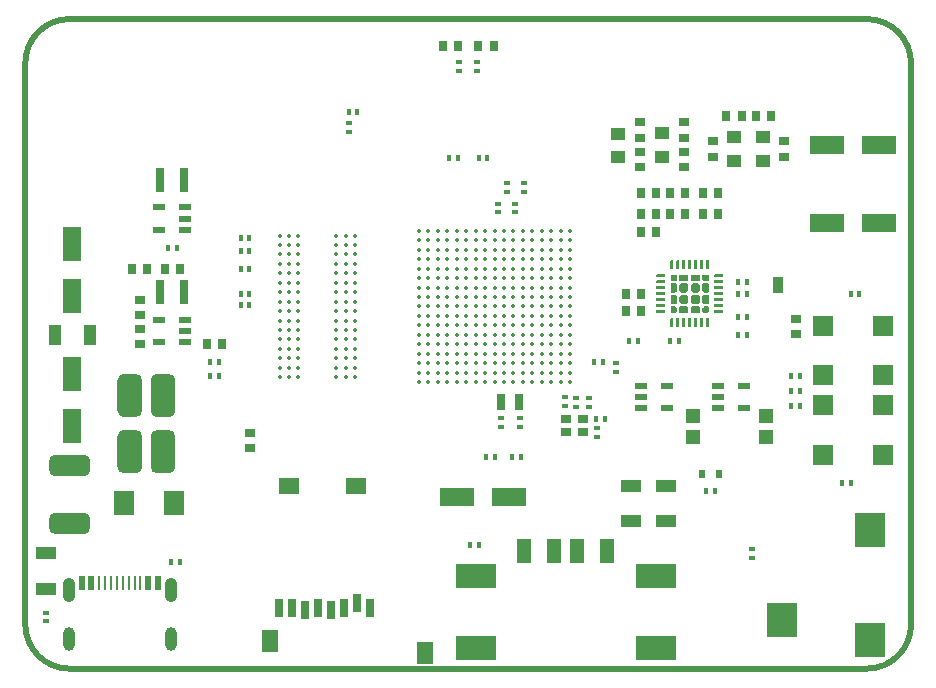
<source format=gbr>
%TF.GenerationSoftware,KiCad,Pcbnew,(5.1.10-1-10_14)*%
%TF.CreationDate,2021-07-27T15:44:47+02:00*%
%TF.ProjectId,EX-PCB-10108-001,45582d50-4342-42d3-9130-3130382d3030,A*%
%TF.SameCoordinates,Original*%
%TF.FileFunction,Paste,Top*%
%TF.FilePolarity,Positive*%
%FSLAX46Y46*%
G04 Gerber Fmt 4.6, Leading zero omitted, Abs format (unit mm)*
G04 Created by KiCad (PCBNEW (5.1.10-1-10_14)) date 2021-07-27 15:44:47*
%MOMM*%
%LPD*%
G01*
G04 APERTURE LIST*
%TA.AperFunction,Profile*%
%ADD10C,0.500000*%
%TD*%
%ADD11O,1.000000X2.000000*%
%ADD12O,1.050000X2.100000*%
%ADD13R,0.550000X1.150000*%
%ADD14R,0.250000X1.150000*%
%ADD15R,0.900000X0.800000*%
%ADD16R,0.510000X0.450000*%
%ADD17R,0.450000X0.510000*%
%ADD18R,0.810000X0.710000*%
%ADD19R,0.800000X1.500000*%
%ADD20R,1.400000X1.900000*%
%ADD21R,1.800000X1.400000*%
%ADD22R,0.710000X0.810000*%
%ADD23C,0.100000*%
%ADD24R,1.060000X0.500000*%
%ADD25R,1.250000X1.150000*%
%ADD26R,1.800000X1.070000*%
%ADD27R,0.600000X0.700000*%
%ADD28R,1.250000X1.000000*%
%ADD29R,3.000000X1.600000*%
%ADD30R,2.550000X2.900000*%
%ADD31R,1.250000X2.000000*%
%ADD32R,3.500000X2.000000*%
%ADD33C,0.350000*%
%ADD34R,1.800000X1.800000*%
%ADD35R,1.070000X1.800000*%
%ADD36R,1.750000X2.000000*%
%ADD37R,1.600000X3.000000*%
%ADD38R,0.800000X2.000000*%
%ADD39R,0.700000X1.400000*%
G04 APERTURE END LIST*
D10*
X117700000Y-81500000D02*
G75*
G02*
X121450000Y-85250000I0J-3750000D01*
G01*
X46450000Y-85250000D02*
G75*
G02*
X50200000Y-81500000I3750000J0D01*
G01*
X50200000Y-136500000D02*
G75*
G02*
X46450000Y-132750000I0J3750000D01*
G01*
X121450000Y-132750000D02*
G75*
G02*
X117700000Y-136500000I-3750000J0D01*
G01*
X46450000Y-85250000D02*
X46450000Y-132750000D01*
X117700000Y-136500000D02*
X50200000Y-136500000D01*
X117700000Y-81500000D02*
X50200000Y-81500000D01*
X121450000Y-85250000D02*
X121450000Y-132750000D01*
D11*
X50130000Y-134000000D03*
X58770000Y-134000000D03*
D12*
X50130000Y-129820000D03*
X58770000Y-129820000D03*
D13*
X51250000Y-129245000D03*
X57650000Y-129245000D03*
X52050000Y-129245000D03*
X56850000Y-129245000D03*
D14*
X54700000Y-129245000D03*
X54200000Y-129245000D03*
X55200000Y-129245000D03*
X55700000Y-129245000D03*
X56200000Y-129245000D03*
X53700000Y-129245000D03*
X53200000Y-129245000D03*
X52700000Y-129245000D03*
D15*
X92250000Y-116450000D03*
X93650000Y-116450000D03*
X93650000Y-115350000D03*
X92250000Y-115350000D03*
D16*
X94150000Y-113625000D03*
X94150000Y-114375000D03*
X92150000Y-113525000D03*
X92150000Y-114275000D03*
D17*
X65425000Y-100000000D03*
X64675000Y-100000000D03*
X65425000Y-101100000D03*
X64675000Y-101100000D03*
X86225000Y-118550000D03*
X85475000Y-118550000D03*
X87675000Y-118550000D03*
X88425000Y-118550000D03*
D18*
X110200000Y-103700000D03*
X110200000Y-104350000D03*
D17*
X94575000Y-110500000D03*
X95325000Y-110500000D03*
D16*
X96450000Y-111375000D03*
X96450000Y-110625000D03*
D17*
X97575000Y-108750000D03*
X98325000Y-108750000D03*
X101825000Y-108750000D03*
X101075000Y-108750000D03*
X116325000Y-120750000D03*
X115575000Y-120750000D03*
X111325000Y-114250000D03*
X112075000Y-114250000D03*
X112075000Y-111750000D03*
X111325000Y-111750000D03*
X116325000Y-104750000D03*
X117075000Y-104750000D03*
X111325000Y-113000000D03*
X112075000Y-113000000D03*
D16*
X73850000Y-91075000D03*
X73850000Y-90325000D03*
D19*
X75640000Y-131350000D03*
X74540000Y-130950000D03*
X73440000Y-131350000D03*
X72340000Y-131550000D03*
X71240000Y-131350000D03*
X70140000Y-131550000D03*
X69040000Y-131350000D03*
X67940000Y-131350000D03*
D20*
X67150000Y-134200000D03*
X80300000Y-135200000D03*
D21*
X68750000Y-121050000D03*
X74450000Y-121050000D03*
D17*
X85575000Y-93250000D03*
X84825000Y-93250000D03*
X82325000Y-93250000D03*
X83075000Y-93250000D03*
D16*
X88700000Y-95375000D03*
X88700000Y-96125000D03*
X87950000Y-97125000D03*
X87950000Y-97875000D03*
X87200000Y-95375000D03*
X87200000Y-96125000D03*
X86450000Y-97125000D03*
X86450000Y-97875000D03*
D22*
X97305000Y-104750000D03*
X98595000Y-104750000D03*
X97305000Y-106250000D03*
X98595000Y-106250000D03*
D17*
X74575000Y-89400000D03*
X73825000Y-89400000D03*
X106825000Y-104750000D03*
X107575000Y-104750000D03*
X106825000Y-103750000D03*
X107575000Y-103750000D03*
X107575000Y-108250000D03*
X106825000Y-108250000D03*
X107575000Y-106750000D03*
X106825000Y-106750000D03*
G36*
G01*
X101262500Y-107600000D02*
X101137500Y-107600000D01*
G75*
G02*
X101075000Y-107537500I0J62500D01*
G01*
X101075000Y-106862500D01*
G75*
G02*
X101137500Y-106800000I62500J0D01*
G01*
X101262500Y-106800000D01*
G75*
G02*
X101325000Y-106862500I0J-62500D01*
G01*
X101325000Y-107537500D01*
G75*
G02*
X101262500Y-107600000I-62500J0D01*
G01*
G37*
G36*
G01*
X101762500Y-107600000D02*
X101637500Y-107600000D01*
G75*
G02*
X101575000Y-107537500I0J62500D01*
G01*
X101575000Y-106862500D01*
G75*
G02*
X101637500Y-106800000I62500J0D01*
G01*
X101762500Y-106800000D01*
G75*
G02*
X101825000Y-106862500I0J-62500D01*
G01*
X101825000Y-107537500D01*
G75*
G02*
X101762500Y-107600000I-62500J0D01*
G01*
G37*
G36*
G01*
X102262500Y-107600000D02*
X102137500Y-107600000D01*
G75*
G02*
X102075000Y-107537500I0J62500D01*
G01*
X102075000Y-106862500D01*
G75*
G02*
X102137500Y-106800000I62500J0D01*
G01*
X102262500Y-106800000D01*
G75*
G02*
X102325000Y-106862500I0J-62500D01*
G01*
X102325000Y-107537500D01*
G75*
G02*
X102262500Y-107600000I-62500J0D01*
G01*
G37*
G36*
G01*
X102762500Y-107600000D02*
X102637500Y-107600000D01*
G75*
G02*
X102575000Y-107537500I0J62500D01*
G01*
X102575000Y-106862500D01*
G75*
G02*
X102637500Y-106800000I62500J0D01*
G01*
X102762500Y-106800000D01*
G75*
G02*
X102825000Y-106862500I0J-62500D01*
G01*
X102825000Y-107537500D01*
G75*
G02*
X102762500Y-107600000I-62500J0D01*
G01*
G37*
G36*
G01*
X103262500Y-107600000D02*
X103137500Y-107600000D01*
G75*
G02*
X103075000Y-107537500I0J62500D01*
G01*
X103075000Y-106862500D01*
G75*
G02*
X103137500Y-106800000I62500J0D01*
G01*
X103262500Y-106800000D01*
G75*
G02*
X103325000Y-106862500I0J-62500D01*
G01*
X103325000Y-107537500D01*
G75*
G02*
X103262500Y-107600000I-62500J0D01*
G01*
G37*
G36*
G01*
X103762500Y-107600000D02*
X103637500Y-107600000D01*
G75*
G02*
X103575000Y-107537500I0J62500D01*
G01*
X103575000Y-106862500D01*
G75*
G02*
X103637500Y-106800000I62500J0D01*
G01*
X103762500Y-106800000D01*
G75*
G02*
X103825000Y-106862500I0J-62500D01*
G01*
X103825000Y-107537500D01*
G75*
G02*
X103762500Y-107600000I-62500J0D01*
G01*
G37*
G36*
G01*
X104262500Y-107600000D02*
X104137500Y-107600000D01*
G75*
G02*
X104075000Y-107537500I0J62500D01*
G01*
X104075000Y-106862500D01*
G75*
G02*
X104137500Y-106800000I62500J0D01*
G01*
X104262500Y-106800000D01*
G75*
G02*
X104325000Y-106862500I0J-62500D01*
G01*
X104325000Y-107537500D01*
G75*
G02*
X104262500Y-107600000I-62500J0D01*
G01*
G37*
G36*
G01*
X105487500Y-106375000D02*
X104812500Y-106375000D01*
G75*
G02*
X104750000Y-106312500I0J62500D01*
G01*
X104750000Y-106187500D01*
G75*
G02*
X104812500Y-106125000I62500J0D01*
G01*
X105487500Y-106125000D01*
G75*
G02*
X105550000Y-106187500I0J-62500D01*
G01*
X105550000Y-106312500D01*
G75*
G02*
X105487500Y-106375000I-62500J0D01*
G01*
G37*
G36*
G01*
X105487500Y-105875000D02*
X104812500Y-105875000D01*
G75*
G02*
X104750000Y-105812500I0J62500D01*
G01*
X104750000Y-105687500D01*
G75*
G02*
X104812500Y-105625000I62500J0D01*
G01*
X105487500Y-105625000D01*
G75*
G02*
X105550000Y-105687500I0J-62500D01*
G01*
X105550000Y-105812500D01*
G75*
G02*
X105487500Y-105875000I-62500J0D01*
G01*
G37*
G36*
G01*
X105487500Y-105375000D02*
X104812500Y-105375000D01*
G75*
G02*
X104750000Y-105312500I0J62500D01*
G01*
X104750000Y-105187500D01*
G75*
G02*
X104812500Y-105125000I62500J0D01*
G01*
X105487500Y-105125000D01*
G75*
G02*
X105550000Y-105187500I0J-62500D01*
G01*
X105550000Y-105312500D01*
G75*
G02*
X105487500Y-105375000I-62500J0D01*
G01*
G37*
G36*
G01*
X105487500Y-104875000D02*
X104812500Y-104875000D01*
G75*
G02*
X104750000Y-104812500I0J62500D01*
G01*
X104750000Y-104687500D01*
G75*
G02*
X104812500Y-104625000I62500J0D01*
G01*
X105487500Y-104625000D01*
G75*
G02*
X105550000Y-104687500I0J-62500D01*
G01*
X105550000Y-104812500D01*
G75*
G02*
X105487500Y-104875000I-62500J0D01*
G01*
G37*
G36*
G01*
X105487500Y-104375000D02*
X104812500Y-104375000D01*
G75*
G02*
X104750000Y-104312500I0J62500D01*
G01*
X104750000Y-104187500D01*
G75*
G02*
X104812500Y-104125000I62500J0D01*
G01*
X105487500Y-104125000D01*
G75*
G02*
X105550000Y-104187500I0J-62500D01*
G01*
X105550000Y-104312500D01*
G75*
G02*
X105487500Y-104375000I-62500J0D01*
G01*
G37*
G36*
G01*
X105487500Y-103875000D02*
X104812500Y-103875000D01*
G75*
G02*
X104750000Y-103812500I0J62500D01*
G01*
X104750000Y-103687500D01*
G75*
G02*
X104812500Y-103625000I62500J0D01*
G01*
X105487500Y-103625000D01*
G75*
G02*
X105550000Y-103687500I0J-62500D01*
G01*
X105550000Y-103812500D01*
G75*
G02*
X105487500Y-103875000I-62500J0D01*
G01*
G37*
G36*
G01*
X105487500Y-103375000D02*
X104812500Y-103375000D01*
G75*
G02*
X104750000Y-103312500I0J62500D01*
G01*
X104750000Y-103187500D01*
G75*
G02*
X104812500Y-103125000I62500J0D01*
G01*
X105487500Y-103125000D01*
G75*
G02*
X105550000Y-103187500I0J-62500D01*
G01*
X105550000Y-103312500D01*
G75*
G02*
X105487500Y-103375000I-62500J0D01*
G01*
G37*
G36*
G01*
X104262500Y-102700000D02*
X104137500Y-102700000D01*
G75*
G02*
X104075000Y-102637500I0J62500D01*
G01*
X104075000Y-101962500D01*
G75*
G02*
X104137500Y-101900000I62500J0D01*
G01*
X104262500Y-101900000D01*
G75*
G02*
X104325000Y-101962500I0J-62500D01*
G01*
X104325000Y-102637500D01*
G75*
G02*
X104262500Y-102700000I-62500J0D01*
G01*
G37*
G36*
G01*
X103762500Y-102700000D02*
X103637500Y-102700000D01*
G75*
G02*
X103575000Y-102637500I0J62500D01*
G01*
X103575000Y-101962500D01*
G75*
G02*
X103637500Y-101900000I62500J0D01*
G01*
X103762500Y-101900000D01*
G75*
G02*
X103825000Y-101962500I0J-62500D01*
G01*
X103825000Y-102637500D01*
G75*
G02*
X103762500Y-102700000I-62500J0D01*
G01*
G37*
G36*
G01*
X103262500Y-102700000D02*
X103137500Y-102700000D01*
G75*
G02*
X103075000Y-102637500I0J62500D01*
G01*
X103075000Y-101962500D01*
G75*
G02*
X103137500Y-101900000I62500J0D01*
G01*
X103262500Y-101900000D01*
G75*
G02*
X103325000Y-101962500I0J-62500D01*
G01*
X103325000Y-102637500D01*
G75*
G02*
X103262500Y-102700000I-62500J0D01*
G01*
G37*
G36*
G01*
X102762500Y-102700000D02*
X102637500Y-102700000D01*
G75*
G02*
X102575000Y-102637500I0J62500D01*
G01*
X102575000Y-101962500D01*
G75*
G02*
X102637500Y-101900000I62500J0D01*
G01*
X102762500Y-101900000D01*
G75*
G02*
X102825000Y-101962500I0J-62500D01*
G01*
X102825000Y-102637500D01*
G75*
G02*
X102762500Y-102700000I-62500J0D01*
G01*
G37*
G36*
G01*
X102262500Y-102700000D02*
X102137500Y-102700000D01*
G75*
G02*
X102075000Y-102637500I0J62500D01*
G01*
X102075000Y-101962500D01*
G75*
G02*
X102137500Y-101900000I62500J0D01*
G01*
X102262500Y-101900000D01*
G75*
G02*
X102325000Y-101962500I0J-62500D01*
G01*
X102325000Y-102637500D01*
G75*
G02*
X102262500Y-102700000I-62500J0D01*
G01*
G37*
G36*
G01*
X101762500Y-102700000D02*
X101637500Y-102700000D01*
G75*
G02*
X101575000Y-102637500I0J62500D01*
G01*
X101575000Y-101962500D01*
G75*
G02*
X101637500Y-101900000I62500J0D01*
G01*
X101762500Y-101900000D01*
G75*
G02*
X101825000Y-101962500I0J-62500D01*
G01*
X101825000Y-102637500D01*
G75*
G02*
X101762500Y-102700000I-62500J0D01*
G01*
G37*
G36*
G01*
X101262500Y-102700000D02*
X101137500Y-102700000D01*
G75*
G02*
X101075000Y-102637500I0J62500D01*
G01*
X101075000Y-101962500D01*
G75*
G02*
X101137500Y-101900000I62500J0D01*
G01*
X101262500Y-101900000D01*
G75*
G02*
X101325000Y-101962500I0J-62500D01*
G01*
X101325000Y-102637500D01*
G75*
G02*
X101262500Y-102700000I-62500J0D01*
G01*
G37*
G36*
G01*
X100587500Y-103375000D02*
X99912500Y-103375000D01*
G75*
G02*
X99850000Y-103312500I0J62500D01*
G01*
X99850000Y-103187500D01*
G75*
G02*
X99912500Y-103125000I62500J0D01*
G01*
X100587500Y-103125000D01*
G75*
G02*
X100650000Y-103187500I0J-62500D01*
G01*
X100650000Y-103312500D01*
G75*
G02*
X100587500Y-103375000I-62500J0D01*
G01*
G37*
G36*
G01*
X100587500Y-103875000D02*
X99912500Y-103875000D01*
G75*
G02*
X99850000Y-103812500I0J62500D01*
G01*
X99850000Y-103687500D01*
G75*
G02*
X99912500Y-103625000I62500J0D01*
G01*
X100587500Y-103625000D01*
G75*
G02*
X100650000Y-103687500I0J-62500D01*
G01*
X100650000Y-103812500D01*
G75*
G02*
X100587500Y-103875000I-62500J0D01*
G01*
G37*
G36*
G01*
X100587500Y-104375000D02*
X99912500Y-104375000D01*
G75*
G02*
X99850000Y-104312500I0J62500D01*
G01*
X99850000Y-104187500D01*
G75*
G02*
X99912500Y-104125000I62500J0D01*
G01*
X100587500Y-104125000D01*
G75*
G02*
X100650000Y-104187500I0J-62500D01*
G01*
X100650000Y-104312500D01*
G75*
G02*
X100587500Y-104375000I-62500J0D01*
G01*
G37*
G36*
G01*
X100587500Y-104875000D02*
X99912500Y-104875000D01*
G75*
G02*
X99850000Y-104812500I0J62500D01*
G01*
X99850000Y-104687500D01*
G75*
G02*
X99912500Y-104625000I62500J0D01*
G01*
X100587500Y-104625000D01*
G75*
G02*
X100650000Y-104687500I0J-62500D01*
G01*
X100650000Y-104812500D01*
G75*
G02*
X100587500Y-104875000I-62500J0D01*
G01*
G37*
G36*
G01*
X100587500Y-105375000D02*
X99912500Y-105375000D01*
G75*
G02*
X99850000Y-105312500I0J62500D01*
G01*
X99850000Y-105187500D01*
G75*
G02*
X99912500Y-105125000I62500J0D01*
G01*
X100587500Y-105125000D01*
G75*
G02*
X100650000Y-105187500I0J-62500D01*
G01*
X100650000Y-105312500D01*
G75*
G02*
X100587500Y-105375000I-62500J0D01*
G01*
G37*
G36*
G01*
X100587500Y-105875000D02*
X99912500Y-105875000D01*
G75*
G02*
X99850000Y-105812500I0J62500D01*
G01*
X99850000Y-105687500D01*
G75*
G02*
X99912500Y-105625000I62500J0D01*
G01*
X100587500Y-105625000D01*
G75*
G02*
X100650000Y-105687500I0J-62500D01*
G01*
X100650000Y-105812500D01*
G75*
G02*
X100587500Y-105875000I-62500J0D01*
G01*
G37*
G36*
G01*
X100587500Y-106375000D02*
X99912500Y-106375000D01*
G75*
G02*
X99850000Y-106312500I0J62500D01*
G01*
X99850000Y-106187500D01*
G75*
G02*
X99912500Y-106125000I62500J0D01*
G01*
X100587500Y-106125000D01*
G75*
G02*
X100650000Y-106187500I0J-62500D01*
G01*
X100650000Y-106312500D01*
G75*
G02*
X100587500Y-106375000I-62500J0D01*
G01*
G37*
G36*
G01*
X102401557Y-105653113D02*
X101998443Y-105653113D01*
G75*
G02*
X101796887Y-105451557I0J201556D01*
G01*
X101796887Y-105048443D01*
G75*
G02*
X101998443Y-104846887I201556J0D01*
G01*
X102401557Y-104846887D01*
G75*
G02*
X102603113Y-105048443I0J-201556D01*
G01*
X102603113Y-105451557D01*
G75*
G02*
X102401557Y-105653113I-201556J0D01*
G01*
G37*
G36*
G01*
X103401557Y-105653113D02*
X102998443Y-105653113D01*
G75*
G02*
X102796887Y-105451557I0J201556D01*
G01*
X102796887Y-105048443D01*
G75*
G02*
X102998443Y-104846887I201556J0D01*
G01*
X103401557Y-104846887D01*
G75*
G02*
X103603113Y-105048443I0J-201556D01*
G01*
X103603113Y-105451557D01*
G75*
G02*
X103401557Y-105653113I-201556J0D01*
G01*
G37*
G36*
G01*
X102401557Y-104653113D02*
X101998443Y-104653113D01*
G75*
G02*
X101796887Y-104451557I0J201556D01*
G01*
X101796887Y-104048443D01*
G75*
G02*
X101998443Y-103846887I201556J0D01*
G01*
X102401557Y-103846887D01*
G75*
G02*
X102603113Y-104048443I0J-201556D01*
G01*
X102603113Y-104451557D01*
G75*
G02*
X102401557Y-104653113I-201556J0D01*
G01*
G37*
G36*
G01*
X103401557Y-104653113D02*
X102998443Y-104653113D01*
G75*
G02*
X102796887Y-104451557I0J201556D01*
G01*
X102796887Y-104048443D01*
G75*
G02*
X102998443Y-103846887I201556J0D01*
G01*
X103401557Y-103846887D01*
G75*
G02*
X103603113Y-104048443I0J-201556D01*
G01*
X103603113Y-104451557D01*
G75*
G02*
X103401557Y-104653113I-201556J0D01*
G01*
G37*
D23*
G36*
X101798526Y-105954635D02*
G01*
X101803377Y-105938644D01*
X101811255Y-105923906D01*
X101821856Y-105910988D01*
X101892476Y-105840367D01*
X101905393Y-105829766D01*
X101920131Y-105821888D01*
X101936123Y-105817037D01*
X101952754Y-105815399D01*
X102447246Y-105815399D01*
X102463877Y-105817037D01*
X102479868Y-105821888D01*
X102494606Y-105829766D01*
X102507524Y-105840367D01*
X102578144Y-105910988D01*
X102588746Y-105923906D01*
X102596623Y-105938644D01*
X102601474Y-105954636D01*
X102603112Y-105971266D01*
X102603112Y-106274355D01*
X102601474Y-106290986D01*
X102596623Y-106306977D01*
X102588745Y-106321715D01*
X102578144Y-106334633D01*
X102565226Y-106345234D01*
X102550488Y-106353112D01*
X102534497Y-106357963D01*
X102517866Y-106359601D01*
X101882134Y-106359601D01*
X101865503Y-106357963D01*
X101849512Y-106353112D01*
X101834774Y-106345234D01*
X101821856Y-106334633D01*
X101811255Y-106321715D01*
X101803377Y-106306977D01*
X101798526Y-106290986D01*
X101796888Y-106274355D01*
X101796888Y-105971266D01*
X101798526Y-105954635D01*
G37*
G36*
X102798526Y-105954635D02*
G01*
X102803377Y-105938644D01*
X102811255Y-105923906D01*
X102821856Y-105910988D01*
X102892476Y-105840367D01*
X102905393Y-105829766D01*
X102920131Y-105821888D01*
X102936123Y-105817037D01*
X102952754Y-105815399D01*
X103447246Y-105815399D01*
X103463877Y-105817037D01*
X103479868Y-105821888D01*
X103494606Y-105829766D01*
X103507524Y-105840367D01*
X103578144Y-105910988D01*
X103588746Y-105923906D01*
X103596623Y-105938644D01*
X103601474Y-105954636D01*
X103603112Y-105971266D01*
X103603112Y-106274355D01*
X103601474Y-106290986D01*
X103596623Y-106306977D01*
X103588745Y-106321715D01*
X103578144Y-106334633D01*
X103565226Y-106345234D01*
X103550488Y-106353112D01*
X103534497Y-106357963D01*
X103517866Y-106359601D01*
X102882134Y-106359601D01*
X102865503Y-106357963D01*
X102849512Y-106353112D01*
X102834774Y-106345234D01*
X102821856Y-106334633D01*
X102811255Y-106321715D01*
X102803377Y-106306977D01*
X102798526Y-106290986D01*
X102796888Y-106274355D01*
X102796888Y-105971266D01*
X102798526Y-105954635D01*
G37*
G36*
X101798526Y-103209014D02*
G01*
X101803377Y-103193023D01*
X101811255Y-103178285D01*
X101821856Y-103165367D01*
X101834774Y-103154766D01*
X101849512Y-103146888D01*
X101865503Y-103142037D01*
X101882134Y-103140399D01*
X102517866Y-103140399D01*
X102534497Y-103142037D01*
X102550488Y-103146888D01*
X102565226Y-103154766D01*
X102578144Y-103165367D01*
X102588745Y-103178285D01*
X102596623Y-103193023D01*
X102601474Y-103209014D01*
X102603112Y-103225645D01*
X102603112Y-103528734D01*
X102601474Y-103545365D01*
X102596623Y-103561356D01*
X102588745Y-103576094D01*
X102578144Y-103589012D01*
X102507524Y-103659633D01*
X102494607Y-103670234D01*
X102479869Y-103678112D01*
X102463877Y-103682963D01*
X102447246Y-103684601D01*
X101952754Y-103684601D01*
X101936123Y-103682963D01*
X101920132Y-103678112D01*
X101905394Y-103670234D01*
X101892476Y-103659633D01*
X101821856Y-103589012D01*
X101811254Y-103576094D01*
X101803377Y-103561356D01*
X101798526Y-103545364D01*
X101796888Y-103528734D01*
X101796888Y-103225645D01*
X101798526Y-103209014D01*
G37*
G36*
X102798526Y-103209014D02*
G01*
X102803377Y-103193023D01*
X102811255Y-103178285D01*
X102821856Y-103165367D01*
X102834774Y-103154766D01*
X102849512Y-103146888D01*
X102865503Y-103142037D01*
X102882134Y-103140399D01*
X103517866Y-103140399D01*
X103534497Y-103142037D01*
X103550488Y-103146888D01*
X103565226Y-103154766D01*
X103578144Y-103165367D01*
X103588745Y-103178285D01*
X103596623Y-103193023D01*
X103601474Y-103209014D01*
X103603112Y-103225645D01*
X103603112Y-103528734D01*
X103601474Y-103545365D01*
X103596623Y-103561356D01*
X103588745Y-103576094D01*
X103578144Y-103589012D01*
X103507524Y-103659633D01*
X103494607Y-103670234D01*
X103479869Y-103678112D01*
X103463877Y-103682963D01*
X103447246Y-103684601D01*
X102952754Y-103684601D01*
X102936123Y-103682963D01*
X102920132Y-103678112D01*
X102905394Y-103670234D01*
X102892476Y-103659633D01*
X102821856Y-103589012D01*
X102811254Y-103576094D01*
X102803377Y-103561356D01*
X102798526Y-103545364D01*
X102796888Y-103528734D01*
X102796888Y-103225645D01*
X102798526Y-103209014D01*
G37*
G36*
X101092037Y-104915503D02*
G01*
X101096888Y-104899512D01*
X101104766Y-104884774D01*
X101115367Y-104871856D01*
X101128285Y-104861255D01*
X101143023Y-104853377D01*
X101159014Y-104848526D01*
X101175645Y-104846888D01*
X101478734Y-104846888D01*
X101495365Y-104848526D01*
X101511356Y-104853377D01*
X101526094Y-104861255D01*
X101539012Y-104871856D01*
X101609633Y-104942476D01*
X101620234Y-104955393D01*
X101628112Y-104970131D01*
X101632963Y-104986123D01*
X101634601Y-105002754D01*
X101634601Y-105497246D01*
X101632963Y-105513877D01*
X101628112Y-105529868D01*
X101620234Y-105544606D01*
X101609633Y-105557524D01*
X101539012Y-105628144D01*
X101526094Y-105638746D01*
X101511356Y-105646623D01*
X101495364Y-105651474D01*
X101478734Y-105653112D01*
X101175645Y-105653112D01*
X101159014Y-105651474D01*
X101143023Y-105646623D01*
X101128285Y-105638745D01*
X101115367Y-105628144D01*
X101104766Y-105615226D01*
X101096888Y-105600488D01*
X101092037Y-105584497D01*
X101090399Y-105567866D01*
X101090399Y-104932134D01*
X101092037Y-104915503D01*
G37*
G36*
X101092037Y-103915503D02*
G01*
X101096888Y-103899512D01*
X101104766Y-103884774D01*
X101115367Y-103871856D01*
X101128285Y-103861255D01*
X101143023Y-103853377D01*
X101159014Y-103848526D01*
X101175645Y-103846888D01*
X101478734Y-103846888D01*
X101495365Y-103848526D01*
X101511356Y-103853377D01*
X101526094Y-103861255D01*
X101539012Y-103871856D01*
X101609633Y-103942476D01*
X101620234Y-103955393D01*
X101628112Y-103970131D01*
X101632963Y-103986123D01*
X101634601Y-104002754D01*
X101634601Y-104497246D01*
X101632963Y-104513877D01*
X101628112Y-104529868D01*
X101620234Y-104544606D01*
X101609633Y-104557524D01*
X101539012Y-104628144D01*
X101526094Y-104638746D01*
X101511356Y-104646623D01*
X101495364Y-104651474D01*
X101478734Y-104653112D01*
X101175645Y-104653112D01*
X101159014Y-104651474D01*
X101143023Y-104646623D01*
X101128285Y-104638745D01*
X101115367Y-104628144D01*
X101104766Y-104615226D01*
X101096888Y-104600488D01*
X101092037Y-104584497D01*
X101090399Y-104567866D01*
X101090399Y-103932134D01*
X101092037Y-103915503D01*
G37*
G36*
X103767037Y-104986123D02*
G01*
X103771888Y-104970132D01*
X103779766Y-104955394D01*
X103790367Y-104942476D01*
X103860988Y-104871856D01*
X103873906Y-104861254D01*
X103888644Y-104853377D01*
X103904636Y-104848526D01*
X103921266Y-104846888D01*
X104224355Y-104846888D01*
X104240986Y-104848526D01*
X104256977Y-104853377D01*
X104271715Y-104861255D01*
X104284633Y-104871856D01*
X104295234Y-104884774D01*
X104303112Y-104899512D01*
X104307963Y-104915503D01*
X104309601Y-104932134D01*
X104309601Y-105567866D01*
X104307963Y-105584497D01*
X104303112Y-105600488D01*
X104295234Y-105615226D01*
X104284633Y-105628144D01*
X104271715Y-105638745D01*
X104256977Y-105646623D01*
X104240986Y-105651474D01*
X104224355Y-105653112D01*
X103921266Y-105653112D01*
X103904635Y-105651474D01*
X103888644Y-105646623D01*
X103873906Y-105638745D01*
X103860988Y-105628144D01*
X103790367Y-105557524D01*
X103779766Y-105544607D01*
X103771888Y-105529869D01*
X103767037Y-105513877D01*
X103765399Y-105497246D01*
X103765399Y-105002754D01*
X103767037Y-104986123D01*
G37*
G36*
X103767037Y-103986123D02*
G01*
X103771888Y-103970132D01*
X103779766Y-103955394D01*
X103790367Y-103942476D01*
X103860988Y-103871856D01*
X103873906Y-103861254D01*
X103888644Y-103853377D01*
X103904636Y-103848526D01*
X103921266Y-103846888D01*
X104224355Y-103846888D01*
X104240986Y-103848526D01*
X104256977Y-103853377D01*
X104271715Y-103861255D01*
X104284633Y-103871856D01*
X104295234Y-103884774D01*
X104303112Y-103899512D01*
X104307963Y-103915503D01*
X104309601Y-103932134D01*
X104309601Y-104567866D01*
X104307963Y-104584497D01*
X104303112Y-104600488D01*
X104295234Y-104615226D01*
X104284633Y-104628144D01*
X104271715Y-104638745D01*
X104256977Y-104646623D01*
X104240986Y-104651474D01*
X104224355Y-104653112D01*
X103921266Y-104653112D01*
X103904635Y-104651474D01*
X103888644Y-104646623D01*
X103873906Y-104638745D01*
X103860988Y-104628144D01*
X103790367Y-104557524D01*
X103779766Y-104544607D01*
X103771888Y-104529869D01*
X103767037Y-104513877D01*
X103765399Y-104497246D01*
X103765399Y-104002754D01*
X103767037Y-103986123D01*
G37*
G36*
X101092465Y-105901936D02*
G01*
X101098583Y-105881768D01*
X101108518Y-105863181D01*
X101121889Y-105846889D01*
X101138181Y-105833518D01*
X101156768Y-105823583D01*
X101176936Y-105817465D01*
X101197911Y-105815399D01*
X101438023Y-105815399D01*
X101458998Y-105817465D01*
X101479166Y-105823583D01*
X101497753Y-105833518D01*
X101514045Y-105846889D01*
X101603111Y-105935955D01*
X101616482Y-105952247D01*
X101626417Y-105970834D01*
X101632535Y-105991002D01*
X101634601Y-106011977D01*
X101634601Y-106252089D01*
X101632535Y-106273064D01*
X101626417Y-106293232D01*
X101616482Y-106311819D01*
X101603111Y-106328111D01*
X101586819Y-106341482D01*
X101568232Y-106351417D01*
X101548064Y-106357535D01*
X101527089Y-106359601D01*
X101197911Y-106359601D01*
X101176936Y-106357535D01*
X101156768Y-106351417D01*
X101138181Y-106341482D01*
X101121889Y-106328111D01*
X101108518Y-106311819D01*
X101098583Y-106293232D01*
X101092465Y-106273064D01*
X101090399Y-106252089D01*
X101090399Y-105922911D01*
X101092465Y-105901936D01*
G37*
G36*
X103767465Y-105991002D02*
G01*
X103773583Y-105970834D01*
X103783518Y-105952247D01*
X103796889Y-105935955D01*
X103885955Y-105846889D01*
X103902247Y-105833518D01*
X103920834Y-105823583D01*
X103941002Y-105817465D01*
X103961977Y-105815399D01*
X104202089Y-105815399D01*
X104223064Y-105817465D01*
X104243232Y-105823583D01*
X104261819Y-105833518D01*
X104278111Y-105846889D01*
X104291482Y-105863181D01*
X104301417Y-105881768D01*
X104307535Y-105901936D01*
X104309601Y-105922911D01*
X104309601Y-106252089D01*
X104307535Y-106273064D01*
X104301417Y-106293232D01*
X104291482Y-106311819D01*
X104278111Y-106328111D01*
X104261819Y-106341482D01*
X104243232Y-106351417D01*
X104223064Y-106357535D01*
X104202089Y-106359601D01*
X103872911Y-106359601D01*
X103851936Y-106357535D01*
X103831768Y-106351417D01*
X103813181Y-106341482D01*
X103796889Y-106328111D01*
X103783518Y-106311819D01*
X103773583Y-106293232D01*
X103767465Y-106273064D01*
X103765399Y-106252089D01*
X103765399Y-106011977D01*
X103767465Y-105991002D01*
G37*
G36*
X101092465Y-103226936D02*
G01*
X101098583Y-103206768D01*
X101108518Y-103188181D01*
X101121889Y-103171889D01*
X101138181Y-103158518D01*
X101156768Y-103148583D01*
X101176936Y-103142465D01*
X101197911Y-103140399D01*
X101527089Y-103140399D01*
X101548064Y-103142465D01*
X101568232Y-103148583D01*
X101586819Y-103158518D01*
X101603111Y-103171889D01*
X101616482Y-103188181D01*
X101626417Y-103206768D01*
X101632535Y-103226936D01*
X101634601Y-103247911D01*
X101634601Y-103488023D01*
X101632535Y-103508998D01*
X101626417Y-103529166D01*
X101616482Y-103547753D01*
X101603111Y-103564045D01*
X101514045Y-103653111D01*
X101497753Y-103666482D01*
X101479166Y-103676417D01*
X101458998Y-103682535D01*
X101438023Y-103684601D01*
X101197911Y-103684601D01*
X101176936Y-103682535D01*
X101156768Y-103676417D01*
X101138181Y-103666482D01*
X101121889Y-103653111D01*
X101108518Y-103636819D01*
X101098583Y-103618232D01*
X101092465Y-103598064D01*
X101090399Y-103577089D01*
X101090399Y-103247911D01*
X101092465Y-103226936D01*
G37*
G36*
X103767465Y-103226936D02*
G01*
X103773583Y-103206768D01*
X103783518Y-103188181D01*
X103796889Y-103171889D01*
X103813181Y-103158518D01*
X103831768Y-103148583D01*
X103851936Y-103142465D01*
X103872911Y-103140399D01*
X104202089Y-103140399D01*
X104223064Y-103142465D01*
X104243232Y-103148583D01*
X104261819Y-103158518D01*
X104278111Y-103171889D01*
X104291482Y-103188181D01*
X104301417Y-103206768D01*
X104307535Y-103226936D01*
X104309601Y-103247911D01*
X104309601Y-103577089D01*
X104307535Y-103598064D01*
X104301417Y-103618232D01*
X104291482Y-103636819D01*
X104278111Y-103653111D01*
X104261819Y-103666482D01*
X104243232Y-103676417D01*
X104223064Y-103682535D01*
X104202089Y-103684601D01*
X103961977Y-103684601D01*
X103941002Y-103682535D01*
X103920834Y-103676417D01*
X103902247Y-103666482D01*
X103885955Y-103653111D01*
X103796889Y-103564045D01*
X103783518Y-103547753D01*
X103773583Y-103529166D01*
X103767465Y-103508998D01*
X103765399Y-103488023D01*
X103765399Y-103247911D01*
X103767465Y-103226936D01*
G37*
D24*
X100800000Y-112550000D03*
X100800000Y-114450000D03*
X98600000Y-114450000D03*
X98600000Y-113500000D03*
X98600000Y-112550000D03*
X107300000Y-112550000D03*
X107300000Y-114450000D03*
X105100000Y-114450000D03*
X105100000Y-113500000D03*
X105100000Y-112550000D03*
D16*
X84700000Y-85125000D03*
X84700000Y-85875000D03*
X83200000Y-85875000D03*
X83200000Y-85125000D03*
D22*
X99845000Y-99500000D03*
X98555000Y-99500000D03*
X105095000Y-96250000D03*
X103805000Y-96250000D03*
X101055000Y-96250000D03*
X102345000Y-96250000D03*
X101055000Y-98000000D03*
X102345000Y-98000000D03*
X103805000Y-98000000D03*
X105095000Y-98000000D03*
D18*
X111700000Y-106855000D03*
X111700000Y-108145000D03*
D22*
X107095000Y-89750000D03*
X105805000Y-89750000D03*
X109595000Y-89750000D03*
X108305000Y-89750000D03*
D18*
X110700000Y-93145000D03*
X110700000Y-91855000D03*
X104700000Y-93145000D03*
X104700000Y-91855000D03*
X98500000Y-94045000D03*
X98500000Y-92755000D03*
X98500000Y-91545000D03*
X98500000Y-90255000D03*
X102200000Y-94045000D03*
X102200000Y-92755000D03*
X102200000Y-91545000D03*
X102200000Y-90255000D03*
D17*
X104825000Y-121500000D03*
X104075000Y-121500000D03*
D22*
X63095000Y-109000000D03*
X61805000Y-109000000D03*
D25*
X102950000Y-116875000D03*
X102950000Y-115125000D03*
X109200000Y-116875000D03*
X109200000Y-115125000D03*
D26*
X97700000Y-120995000D03*
X97700000Y-124005000D03*
D27*
X103750000Y-120000000D03*
X105150000Y-120000000D03*
D22*
X83095000Y-83750000D03*
X81805000Y-83750000D03*
X84805000Y-83750000D03*
X86095000Y-83750000D03*
D16*
X107950000Y-127125000D03*
X107950000Y-126375000D03*
D17*
X59575000Y-127500000D03*
X58825000Y-127500000D03*
D22*
X99845000Y-96250000D03*
X98555000Y-96250000D03*
X98555000Y-98000000D03*
X99845000Y-98000000D03*
D28*
X106450000Y-91500000D03*
X106450000Y-93500000D03*
X108950000Y-91500000D03*
X108950000Y-93500000D03*
X96650000Y-93200000D03*
X96650000Y-91200000D03*
X100350000Y-93150000D03*
X100350000Y-91150000D03*
D17*
X84075000Y-126000000D03*
X84825000Y-126000000D03*
D29*
X87400000Y-122000000D03*
X83000000Y-122000000D03*
D30*
X117950000Y-124800000D03*
X117950000Y-134100000D03*
X110550000Y-132350000D03*
D31*
X88700000Y-126550000D03*
X95700000Y-126550000D03*
X91200000Y-126550000D03*
D32*
X84575000Y-128650000D03*
X99825000Y-128650000D03*
X99825000Y-134750000D03*
X84575000Y-134750000D03*
D31*
X93200000Y-126550000D03*
D33*
X92580000Y-112230000D03*
X92580000Y-111430000D03*
X92580000Y-110630000D03*
X92580000Y-109830000D03*
X92580000Y-109030000D03*
X92580000Y-108230000D03*
X92580000Y-107430000D03*
X92580000Y-106630000D03*
X92580000Y-105830000D03*
X92580000Y-105030000D03*
X92580000Y-104230000D03*
X92580000Y-103430000D03*
X92580000Y-102630000D03*
X92580000Y-101830000D03*
X92580000Y-101030000D03*
X92580000Y-100230000D03*
X92580000Y-99430000D03*
X91780000Y-112230000D03*
X91780000Y-111430000D03*
X91780000Y-110630000D03*
X91780000Y-109830000D03*
X91780000Y-109030000D03*
X91780000Y-108230000D03*
X91780000Y-107430000D03*
X91780000Y-106630000D03*
X91780000Y-105830000D03*
X91780000Y-105030000D03*
X91780000Y-104230000D03*
X91780000Y-103430000D03*
X91780000Y-102630000D03*
X91780000Y-101830000D03*
X91780000Y-101030000D03*
X91780000Y-100230000D03*
X91780000Y-99430000D03*
X90980000Y-112230000D03*
X90980000Y-111430000D03*
X90980000Y-110630000D03*
X90980000Y-109830000D03*
X90980000Y-109030000D03*
X90980000Y-108230000D03*
X90980000Y-107430000D03*
X90980000Y-106630000D03*
X90980000Y-105830000D03*
X90980000Y-105030000D03*
X90980000Y-104230000D03*
X90980000Y-103430000D03*
X90980000Y-102630000D03*
X90980000Y-101830000D03*
X90980000Y-101030000D03*
X90980000Y-100230000D03*
X90980000Y-99430000D03*
X90180000Y-112230000D03*
X90180000Y-111430000D03*
X90180000Y-110630000D03*
X90180000Y-109830000D03*
X90180000Y-109030000D03*
X90180000Y-108230000D03*
X90180000Y-107430000D03*
X90180000Y-106630000D03*
X90180000Y-105830000D03*
X90180000Y-105030000D03*
X90180000Y-104230000D03*
X90180000Y-103430000D03*
X90180000Y-102630000D03*
X90180000Y-101830000D03*
X90180000Y-101030000D03*
X90180000Y-100230000D03*
X90180000Y-99430000D03*
X89380000Y-112230000D03*
X89380000Y-111430000D03*
X89380000Y-110630000D03*
X89380000Y-109830000D03*
X89380000Y-109030000D03*
X89380000Y-108230000D03*
X89380000Y-107430000D03*
X89380000Y-106630000D03*
X89380000Y-105830000D03*
X89380000Y-105030000D03*
X89380000Y-104230000D03*
X89380000Y-103430000D03*
X89380000Y-102630000D03*
X89380000Y-101830000D03*
X89380000Y-101030000D03*
X89380000Y-100230000D03*
X89380000Y-99430000D03*
X88580000Y-112230000D03*
X88580000Y-111430000D03*
X88580000Y-110630000D03*
X88580000Y-109830000D03*
X88580000Y-109030000D03*
X88580000Y-108230000D03*
X88580000Y-107430000D03*
X88580000Y-106630000D03*
X88580000Y-105830000D03*
X88580000Y-105030000D03*
X88580000Y-104230000D03*
X88580000Y-103430000D03*
X88580000Y-102630000D03*
X88580000Y-101830000D03*
X88580000Y-101030000D03*
X88580000Y-100230000D03*
X88580000Y-99430000D03*
X87780000Y-112230000D03*
X87780000Y-111430000D03*
X87780000Y-110630000D03*
X87780000Y-109830000D03*
X87780000Y-109030000D03*
X87780000Y-108230000D03*
X87780000Y-107430000D03*
X87780000Y-106630000D03*
X87780000Y-105830000D03*
X87780000Y-105030000D03*
X87780000Y-104230000D03*
X87780000Y-103430000D03*
X87780000Y-102630000D03*
X87780000Y-101830000D03*
X87780000Y-101030000D03*
X87780000Y-100230000D03*
X87780000Y-99430000D03*
X86980000Y-112230000D03*
X86980000Y-111430000D03*
X86980000Y-110630000D03*
X86980000Y-109830000D03*
X86980000Y-109030000D03*
X86980000Y-108230000D03*
X86980000Y-107430000D03*
X86980000Y-106630000D03*
X86980000Y-105830000D03*
X86980000Y-105030000D03*
X86980000Y-104230000D03*
X86980000Y-103430000D03*
X86980000Y-102630000D03*
X86980000Y-101830000D03*
X86980000Y-101030000D03*
X86980000Y-100230000D03*
X86980000Y-99430000D03*
X86180000Y-112230000D03*
X86180000Y-111430000D03*
X86180000Y-110630000D03*
X86180000Y-109830000D03*
X86180000Y-109030000D03*
X86180000Y-108230000D03*
X86180000Y-107430000D03*
X86180000Y-106630000D03*
X86180000Y-105830000D03*
X86180000Y-105030000D03*
X86180000Y-104230000D03*
X86180000Y-103430000D03*
X86180000Y-102630000D03*
X86180000Y-101830000D03*
X86180000Y-101030000D03*
X86180000Y-100230000D03*
X86180000Y-99430000D03*
X85380000Y-112230000D03*
X85380000Y-111430000D03*
X85380000Y-110630000D03*
X85380000Y-109830000D03*
X85380000Y-109030000D03*
X85380000Y-108230000D03*
X85380000Y-107430000D03*
X85380000Y-106630000D03*
X85380000Y-105830000D03*
X85380000Y-105030000D03*
X85380000Y-104230000D03*
X85380000Y-103430000D03*
X85380000Y-102630000D03*
X85380000Y-101830000D03*
X85380000Y-101030000D03*
X85380000Y-100230000D03*
X85380000Y-99430000D03*
X84580000Y-112230000D03*
X84580000Y-111430000D03*
X84580000Y-110630000D03*
X84580000Y-109830000D03*
X84580000Y-109030000D03*
X84580000Y-108230000D03*
X84580000Y-107430000D03*
X84580000Y-106630000D03*
X84580000Y-105830000D03*
X84580000Y-105030000D03*
X84580000Y-104230000D03*
X84580000Y-103430000D03*
X84580000Y-102630000D03*
X84580000Y-101830000D03*
X84580000Y-101030000D03*
X84580000Y-100230000D03*
X84580000Y-99430000D03*
X83780000Y-112230000D03*
X83780000Y-111430000D03*
X83780000Y-110630000D03*
X83780000Y-109830000D03*
X83780000Y-109030000D03*
X83780000Y-108230000D03*
X83780000Y-107430000D03*
X83780000Y-106630000D03*
X83780000Y-105830000D03*
X83780000Y-105030000D03*
X83780000Y-104230000D03*
X83780000Y-103430000D03*
X83780000Y-102630000D03*
X83780000Y-101830000D03*
X83780000Y-101030000D03*
X83780000Y-100230000D03*
X83780000Y-99430000D03*
X82980000Y-112230000D03*
X82980000Y-111430000D03*
X82980000Y-110630000D03*
X82980000Y-109830000D03*
X82980000Y-109030000D03*
X82980000Y-108230000D03*
X82980000Y-107430000D03*
X82980000Y-106630000D03*
X82980000Y-105830000D03*
X82980000Y-105030000D03*
X82980000Y-104230000D03*
X82980000Y-103430000D03*
X82980000Y-102630000D03*
X82980000Y-101830000D03*
X82980000Y-101030000D03*
X82980000Y-100230000D03*
X82980000Y-99430000D03*
X82180000Y-112230000D03*
X82180000Y-111430000D03*
X82180000Y-110630000D03*
X82180000Y-109830000D03*
X82180000Y-109030000D03*
X82180000Y-108230000D03*
X82180000Y-107430000D03*
X82180000Y-106630000D03*
X82180000Y-105830000D03*
X82180000Y-105030000D03*
X82180000Y-104230000D03*
X82180000Y-103430000D03*
X82180000Y-102630000D03*
X82180000Y-101830000D03*
X82180000Y-101030000D03*
X82180000Y-100230000D03*
X82180000Y-99430000D03*
X81380000Y-112230000D03*
X81380000Y-111430000D03*
X81380000Y-110630000D03*
X81380000Y-109830000D03*
X81380000Y-109030000D03*
X81380000Y-108230000D03*
X81380000Y-107430000D03*
X81380000Y-106630000D03*
X81380000Y-105830000D03*
X81380000Y-105030000D03*
X81380000Y-104230000D03*
X81380000Y-103430000D03*
X81380000Y-102630000D03*
X81380000Y-101830000D03*
X81380000Y-101030000D03*
X81380000Y-100230000D03*
X81380000Y-99430000D03*
X80580000Y-112230000D03*
X80580000Y-111430000D03*
X80580000Y-110630000D03*
X80580000Y-109830000D03*
X80580000Y-109030000D03*
X80580000Y-108230000D03*
X80580000Y-107430000D03*
X80580000Y-106630000D03*
X80580000Y-105830000D03*
X80580000Y-105030000D03*
X80580000Y-104230000D03*
X80580000Y-103430000D03*
X80580000Y-102630000D03*
X80580000Y-101830000D03*
X80580000Y-101030000D03*
X80580000Y-100230000D03*
X80580000Y-99430000D03*
X79780000Y-112230000D03*
X79780000Y-111430000D03*
X79780000Y-110630000D03*
X79780000Y-109830000D03*
X79780000Y-109030000D03*
X79780000Y-108230000D03*
X79780000Y-107430000D03*
X79780000Y-106630000D03*
X79780000Y-105830000D03*
X79780000Y-105030000D03*
X79780000Y-104230000D03*
X79780000Y-103430000D03*
X79780000Y-102630000D03*
X79780000Y-101830000D03*
X79780000Y-101030000D03*
X79780000Y-100230000D03*
X79780000Y-99430000D03*
D34*
X114010000Y-114205000D03*
X119090000Y-114205000D03*
X119090000Y-118395000D03*
X114010000Y-118395000D03*
X119090000Y-111645000D03*
X114010000Y-111645000D03*
X114010000Y-107455000D03*
X119090000Y-107455000D03*
D16*
X48200000Y-131750000D03*
X48200000Y-132500000D03*
G36*
G01*
X55821250Y-119955000D02*
X54778750Y-119955000D01*
G75*
G02*
X54257500Y-119433750I0J521250D01*
G01*
X54257500Y-116816250D01*
G75*
G02*
X54778750Y-116295000I521250J0D01*
G01*
X55821250Y-116295000D01*
G75*
G02*
X56342500Y-116816250I0J-521250D01*
G01*
X56342500Y-119433750D01*
G75*
G02*
X55821250Y-119955000I-521250J0D01*
G01*
G37*
G36*
G01*
X58621250Y-119955000D02*
X57578750Y-119955000D01*
G75*
G02*
X57057500Y-119433750I0J521250D01*
G01*
X57057500Y-116816250D01*
G75*
G02*
X57578750Y-116295000I521250J0D01*
G01*
X58621250Y-116295000D01*
G75*
G02*
X59142500Y-116816250I0J-521250D01*
G01*
X59142500Y-119433750D01*
G75*
G02*
X58621250Y-119955000I-521250J0D01*
G01*
G37*
G36*
G01*
X58621250Y-115205000D02*
X57578750Y-115205000D01*
G75*
G02*
X57057500Y-114683750I0J521250D01*
G01*
X57057500Y-112066250D01*
G75*
G02*
X57578750Y-111545000I521250J0D01*
G01*
X58621250Y-111545000D01*
G75*
G02*
X59142500Y-112066250I0J-521250D01*
G01*
X59142500Y-114683750D01*
G75*
G02*
X58621250Y-115205000I-521250J0D01*
G01*
G37*
G36*
G01*
X55821250Y-115205000D02*
X54778750Y-115205000D01*
G75*
G02*
X54257500Y-114683750I0J521250D01*
G01*
X54257500Y-112066250D01*
G75*
G02*
X54778750Y-111545000I521250J0D01*
G01*
X55821250Y-111545000D01*
G75*
G02*
X56342500Y-112066250I0J-521250D01*
G01*
X56342500Y-114683750D01*
G75*
G02*
X55821250Y-115205000I-521250J0D01*
G01*
G37*
D26*
X100700000Y-124005000D03*
X100700000Y-120995000D03*
D35*
X48945000Y-108250000D03*
X51955000Y-108250000D03*
G36*
G01*
X48888500Y-118425000D02*
X51511500Y-118425000D01*
G75*
G02*
X51900000Y-118813500I0J-388500D01*
G01*
X51900000Y-119786500D01*
G75*
G02*
X51511500Y-120175000I-388500J0D01*
G01*
X48888500Y-120175000D01*
G75*
G02*
X48500000Y-119786500I0J388500D01*
G01*
X48500000Y-118813500D01*
G75*
G02*
X48888500Y-118425000I388500J0D01*
G01*
G37*
G36*
G01*
X48888500Y-123325000D02*
X51511500Y-123325000D01*
G75*
G02*
X51900000Y-123713500I0J-388500D01*
G01*
X51900000Y-124686500D01*
G75*
G02*
X51511500Y-125075000I-388500J0D01*
G01*
X48888500Y-125075000D01*
G75*
G02*
X48500000Y-124686500I0J388500D01*
G01*
X48500000Y-123713500D01*
G75*
G02*
X48888500Y-123325000I388500J0D01*
G01*
G37*
D36*
X59050000Y-122500000D03*
X54850000Y-122500000D03*
D26*
X48200000Y-126745000D03*
X48200000Y-129755000D03*
D29*
X114350000Y-98730000D03*
X118750000Y-98730000D03*
X114350000Y-92150000D03*
X118750000Y-92150000D03*
D37*
X50450000Y-111550000D03*
X50450000Y-115950000D03*
X50450000Y-104950000D03*
X50450000Y-100550000D03*
D24*
X57800000Y-99350000D03*
X57800000Y-97450000D03*
X60000000Y-97450000D03*
X60000000Y-98400000D03*
X60000000Y-99350000D03*
D17*
X59275000Y-100900000D03*
X58525000Y-100900000D03*
D18*
X56150000Y-106545000D03*
X56150000Y-105255000D03*
X65450000Y-117845000D03*
X65450000Y-116555000D03*
D24*
X57800000Y-108850000D03*
X57800000Y-106950000D03*
X60000000Y-106950000D03*
X60000000Y-107900000D03*
X60000000Y-108850000D03*
D17*
X62825000Y-110500000D03*
X62075000Y-110500000D03*
X62825000Y-111750000D03*
X62075000Y-111750000D03*
D18*
X56150000Y-107755000D03*
X56150000Y-109045000D03*
D38*
X57900000Y-104650000D03*
X59900000Y-104650000D03*
D16*
X93100000Y-114325000D03*
X93100000Y-113575000D03*
D17*
X94750000Y-115325000D03*
X95500000Y-115325000D03*
D16*
X94825000Y-116900000D03*
X94825000Y-116150000D03*
D17*
X64675000Y-102700000D03*
X65425000Y-102700000D03*
X65425000Y-104750000D03*
X64675000Y-104750000D03*
X65425000Y-105750000D03*
X64675000Y-105750000D03*
D39*
X88250000Y-113950000D03*
X86750000Y-113950000D03*
D33*
X74380000Y-111830000D03*
X74380000Y-111030000D03*
X74380000Y-110230000D03*
X74380000Y-109430000D03*
X74380000Y-108630000D03*
X74380000Y-107830000D03*
X74380000Y-107030000D03*
X74380000Y-106230000D03*
X74380000Y-105430000D03*
X74380000Y-104630000D03*
X74380000Y-103830000D03*
X74380000Y-103030000D03*
X74380000Y-102230000D03*
X74380000Y-101430000D03*
X74380000Y-100630000D03*
X74380000Y-99830000D03*
X73580000Y-99830000D03*
X73580000Y-100630000D03*
X73580000Y-101430000D03*
X73580000Y-102230000D03*
X73580000Y-103030000D03*
X73580000Y-103830000D03*
X73580000Y-104630000D03*
X73580000Y-105430000D03*
X73580000Y-106230000D03*
X73580000Y-107030000D03*
X73580000Y-107830000D03*
X73580000Y-108630000D03*
X73580000Y-109430000D03*
X73580000Y-110230000D03*
X73580000Y-111030000D03*
X73580000Y-111830000D03*
X72780000Y-111830000D03*
X72780000Y-111030000D03*
X72780000Y-110230000D03*
X72780000Y-109430000D03*
X72780000Y-108630000D03*
X72780000Y-107830000D03*
X72780000Y-107030000D03*
X72780000Y-106230000D03*
X72780000Y-105430000D03*
X72780000Y-104630000D03*
X72780000Y-103830000D03*
X72780000Y-103030000D03*
X72780000Y-102230000D03*
X72780000Y-101430000D03*
X72780000Y-100630000D03*
X72780000Y-99830000D03*
X69580000Y-111830000D03*
X69580000Y-111030000D03*
X69580000Y-110230000D03*
X69580000Y-109430000D03*
X69580000Y-108630000D03*
X69580000Y-107830000D03*
X69580000Y-107030000D03*
X69580000Y-106230000D03*
X69580000Y-105430000D03*
X69580000Y-104630000D03*
X69580000Y-103830000D03*
X69580000Y-103030000D03*
X69580000Y-102230000D03*
X69580000Y-101430000D03*
X69580000Y-100630000D03*
X69580000Y-99830000D03*
X68780000Y-99830000D03*
X68780000Y-100630000D03*
X68780000Y-101430000D03*
X68780000Y-102230000D03*
X68780000Y-103030000D03*
X68780000Y-103830000D03*
X68780000Y-104630000D03*
X68780000Y-105430000D03*
X68780000Y-106230000D03*
X68780000Y-107030000D03*
X68780000Y-107830000D03*
X68780000Y-108630000D03*
X68780000Y-109430000D03*
X68780000Y-110230000D03*
X68780000Y-111030000D03*
X68780000Y-111830000D03*
X67980000Y-111830000D03*
X67980000Y-111030000D03*
X67980000Y-110230000D03*
X67980000Y-109430000D03*
X67980000Y-108630000D03*
X67980000Y-107830000D03*
X67980000Y-107030000D03*
X67980000Y-106230000D03*
X67980000Y-105430000D03*
X67980000Y-104630000D03*
X67980000Y-103830000D03*
X67980000Y-103030000D03*
X67980000Y-102230000D03*
X67980000Y-101430000D03*
X67980000Y-100630000D03*
X67980000Y-99830000D03*
D38*
X57900000Y-95150000D03*
X59900000Y-95150000D03*
D22*
X58255000Y-102650000D03*
X59545000Y-102650000D03*
D16*
X88300000Y-116025000D03*
X88300000Y-115275000D03*
X86750000Y-116025000D03*
X86750000Y-115275000D03*
D22*
X56795000Y-102650000D03*
X55505000Y-102650000D03*
M02*

</source>
